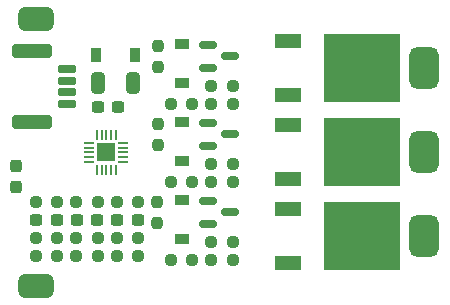
<source format=gbr>
%TF.GenerationSoftware,KiCad,Pcbnew,(6.0.5)*%
%TF.CreationDate,2023-01-29T08:36:09+08:00*%
%TF.ProjectId,Brushless_ESC_STC_V2,42727573-686c-4657-9373-5f4553435f53,rev?*%
%TF.SameCoordinates,Original*%
%TF.FileFunction,Soldermask,Top*%
%TF.FilePolarity,Negative*%
%FSLAX46Y46*%
G04 Gerber Fmt 4.6, Leading zero omitted, Abs format (unit mm)*
G04 Created by KiCad (PCBNEW (6.0.5)) date 2023-01-29 08:36:09*
%MOMM*%
%LPD*%
G01*
G04 APERTURE LIST*
G04 Aperture macros list*
%AMRoundRect*
0 Rectangle with rounded corners*
0 $1 Rounding radius*
0 $2 $3 $4 $5 $6 $7 $8 $9 X,Y pos of 4 corners*
0 Add a 4 corners polygon primitive as box body*
4,1,4,$2,$3,$4,$5,$6,$7,$8,$9,$2,$3,0*
0 Add four circle primitives for the rounded corners*
1,1,$1+$1,$2,$3*
1,1,$1+$1,$4,$5*
1,1,$1+$1,$6,$7*
1,1,$1+$1,$8,$9*
0 Add four rect primitives between the rounded corners*
20,1,$1+$1,$2,$3,$4,$5,0*
20,1,$1+$1,$4,$5,$6,$7,0*
20,1,$1+$1,$6,$7,$8,$9,0*
20,1,$1+$1,$8,$9,$2,$3,0*%
G04 Aperture macros list end*
%ADD10RoundRect,0.500000X-1.000000X-0.500000X1.000000X-0.500000X1.000000X0.500000X-1.000000X0.500000X0*%
%ADD11RoundRect,0.237500X0.237500X-0.250000X0.237500X0.250000X-0.237500X0.250000X-0.237500X-0.250000X0*%
%ADD12RoundRect,0.237500X-0.300000X-0.237500X0.300000X-0.237500X0.300000X0.237500X-0.300000X0.237500X0*%
%ADD13RoundRect,0.300000X1.390000X-0.300000X1.390000X0.300000X-1.390000X0.300000X-1.390000X-0.300000X0*%
%ADD14RoundRect,0.150000X0.650000X-0.150000X0.650000X0.150000X-0.650000X0.150000X-0.650000X-0.150000X0*%
%ADD15RoundRect,0.237500X0.300000X0.237500X-0.300000X0.237500X-0.300000X-0.237500X0.300000X-0.237500X0*%
%ADD16R,1.200000X0.900000*%
%ADD17RoundRect,0.237500X-0.250000X-0.237500X0.250000X-0.237500X0.250000X0.237500X-0.250000X0.237500X0*%
%ADD18RoundRect,0.150000X-0.587500X-0.150000X0.587500X-0.150000X0.587500X0.150000X-0.587500X0.150000X0*%
%ADD19RoundRect,0.237500X0.250000X0.237500X-0.250000X0.237500X-0.250000X-0.237500X0.250000X-0.237500X0*%
%ADD20RoundRect,0.625000X-0.625000X-1.125000X0.625000X-1.125000X0.625000X1.125000X-0.625000X1.125000X0*%
%ADD21R,6.400000X5.800000*%
%ADD22R,2.200000X1.200000*%
%ADD23R,0.900000X1.200000*%
%ADD24RoundRect,0.237500X0.237500X-0.300000X0.237500X0.300000X-0.237500X0.300000X-0.237500X-0.300000X0*%
%ADD25RoundRect,0.050000X-0.050000X0.375000X-0.050000X-0.375000X0.050000X-0.375000X0.050000X0.375000X0*%
%ADD26RoundRect,0.050000X-0.375000X0.050000X-0.375000X-0.050000X0.375000X-0.050000X0.375000X0.050000X0*%
%ADD27R,1.650000X1.650000*%
%ADD28RoundRect,0.250000X-0.325000X-0.650000X0.325000X-0.650000X0.325000X0.650000X-0.325000X0.650000X0*%
G04 APERTURE END LIST*
D10*
%TO.C,J5*%
X81407000Y-133731000D03*
%TD*%
D11*
%TO.C,R2*%
X91717500Y-121816500D03*
X91717500Y-119991500D03*
%TD*%
D12*
%TO.C,C10*%
X84862500Y-128143000D03*
X86587500Y-128143000D03*
%TD*%
D11*
%TO.C,R1*%
X91717500Y-115212500D03*
X91717500Y-113387500D03*
%TD*%
D13*
%TO.C,J4*%
X81125000Y-113840000D03*
X81125000Y-119840000D03*
D14*
X84085000Y-118340000D03*
X84085000Y-117340000D03*
X84085000Y-116340000D03*
X84085000Y-115340000D03*
%TD*%
D15*
%TO.C,C12*%
X90016500Y-128143000D03*
X88291500Y-128143000D03*
%TD*%
D16*
%TO.C,D2*%
X93749500Y-116585000D03*
X93749500Y-113285000D03*
%TD*%
D17*
%TO.C,R21*%
X81383500Y-126619000D03*
X83208500Y-126619000D03*
%TD*%
%TO.C,R5*%
X96266000Y-123444000D03*
X98091000Y-123444000D03*
%TD*%
D18*
%TO.C,Q2*%
X95987000Y-119954000D03*
X95987000Y-121854000D03*
X97862000Y-120904000D03*
%TD*%
%TO.C,Q3*%
X95987000Y-126558000D03*
X95987000Y-128458000D03*
X97862000Y-127508000D03*
%TD*%
D19*
%TO.C,R10*%
X98091000Y-118364000D03*
X96266000Y-118364000D03*
%TD*%
D20*
%TO.C,J7*%
X114300000Y-115316000D03*
%TD*%
D21*
%TO.C,Q6*%
X109034000Y-122428000D03*
D22*
X102734000Y-120148000D03*
X102734000Y-124708000D03*
%TD*%
D23*
%TO.C,D1*%
X86488000Y-114173000D03*
X89788000Y-114173000D03*
%TD*%
D19*
%TO.C,R13*%
X90066500Y-131191000D03*
X88241500Y-131191000D03*
%TD*%
D15*
%TO.C,C8*%
X83158500Y-128143000D03*
X81433500Y-128143000D03*
%TD*%
D24*
%TO.C,C3*%
X79756000Y-125322500D03*
X79756000Y-123597500D03*
%TD*%
D19*
%TO.C,R18*%
X90066500Y-129667000D03*
X88241500Y-129667000D03*
%TD*%
D17*
%TO.C,R4*%
X96266000Y-116840000D03*
X98091000Y-116840000D03*
%TD*%
D20*
%TO.C,J8*%
X114300000Y-122428000D03*
%TD*%
D25*
%TO.C,U1*%
X88176000Y-120978000D03*
X87776000Y-120978000D03*
X87376000Y-120978000D03*
X86976000Y-120978000D03*
X86576000Y-120978000D03*
D26*
X85926000Y-121628000D03*
X85926000Y-122028000D03*
X85926000Y-122428000D03*
X85926000Y-122828000D03*
X85926000Y-123228000D03*
D25*
X86576000Y-123878000D03*
X86976000Y-123878000D03*
X87376000Y-123878000D03*
X87776000Y-123878000D03*
X88176000Y-123878000D03*
D26*
X88826000Y-123228000D03*
X88826000Y-122828000D03*
X88826000Y-122428000D03*
X88826000Y-122028000D03*
X88826000Y-121628000D03*
D27*
X87376000Y-122428000D03*
%TD*%
D18*
%TO.C,Q1*%
X95987000Y-113350000D03*
X95987000Y-115250000D03*
X97862000Y-114300000D03*
%TD*%
D16*
%TO.C,D3*%
X93749500Y-123189000D03*
X93749500Y-119889000D03*
%TD*%
D19*
%TO.C,R11*%
X98091000Y-124968000D03*
X96266000Y-124968000D03*
%TD*%
D21*
%TO.C,Q8*%
X109034000Y-129540000D03*
D22*
X102734000Y-127260000D03*
X102734000Y-131820000D03*
%TD*%
D11*
%TO.C,R3*%
X91694000Y-128420500D03*
X91694000Y-126595500D03*
%TD*%
D17*
%TO.C,R14*%
X84812500Y-131191000D03*
X86637500Y-131191000D03*
%TD*%
%TO.C,R8*%
X92837000Y-124968000D03*
X94662000Y-124968000D03*
%TD*%
D28*
%TO.C,C1*%
X86663000Y-116586000D03*
X89613000Y-116586000D03*
%TD*%
D19*
%TO.C,R15*%
X83208500Y-131191000D03*
X81383500Y-131191000D03*
%TD*%
D21*
%TO.C,Q4*%
X109034000Y-115316000D03*
D22*
X102734000Y-113036000D03*
X102734000Y-117596000D03*
%TD*%
D17*
%TO.C,R6*%
X96266000Y-130048000D03*
X98091000Y-130048000D03*
%TD*%
D12*
%TO.C,C2*%
X86640500Y-118618000D03*
X88365500Y-118618000D03*
%TD*%
D19*
%TO.C,R12*%
X98067500Y-131572000D03*
X96242500Y-131572000D03*
%TD*%
D16*
%TO.C,D4*%
X93749500Y-129793000D03*
X93749500Y-126493000D03*
%TD*%
D17*
%TO.C,R9*%
X92837000Y-131572000D03*
X94662000Y-131572000D03*
%TD*%
%TO.C,R7*%
X92837000Y-118364000D03*
X94662000Y-118364000D03*
%TD*%
%TO.C,R17*%
X84812500Y-129667000D03*
X86637500Y-129667000D03*
%TD*%
D19*
%TO.C,R20*%
X86637500Y-126619000D03*
X84812500Y-126619000D03*
%TD*%
D20*
%TO.C,J9*%
X114300000Y-129540000D03*
%TD*%
D17*
%TO.C,R19*%
X88241500Y-126619000D03*
X90066500Y-126619000D03*
%TD*%
D10*
%TO.C,J6*%
X81407000Y-111125000D03*
%TD*%
D19*
%TO.C,R16*%
X83208500Y-129667000D03*
X81383500Y-129667000D03*
%TD*%
M02*

</source>
